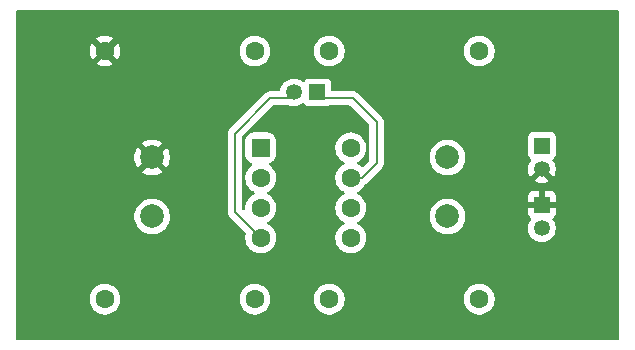
<source format=gbr>
G04 #@! TF.GenerationSoftware,KiCad,Pcbnew,9.0.4*
G04 #@! TF.CreationDate,2025-10-11T18:25:29-04:00*
G04 #@! TF.ProjectId,test1,74657374-312e-46b6-9963-61645f706362,rev?*
G04 #@! TF.SameCoordinates,Original*
G04 #@! TF.FileFunction,Copper,L2,Bot*
G04 #@! TF.FilePolarity,Positive*
%FSLAX46Y46*%
G04 Gerber Fmt 4.6, Leading zero omitted, Abs format (unit mm)*
G04 Created by KiCad (PCBNEW 9.0.4) date 2025-10-11 18:25:29*
%MOMM*%
%LPD*%
G01*
G04 APERTURE LIST*
G04 Aperture macros list*
%AMRoundRect*
0 Rectangle with rounded corners*
0 $1 Rounding radius*
0 $2 $3 $4 $5 $6 $7 $8 $9 X,Y pos of 4 corners*
0 Add a 4 corners polygon primitive as box body*
4,1,4,$2,$3,$4,$5,$6,$7,$8,$9,$2,$3,0*
0 Add four circle primitives for the rounded corners*
1,1,$1+$1,$2,$3*
1,1,$1+$1,$4,$5*
1,1,$1+$1,$6,$7*
1,1,$1+$1,$8,$9*
0 Add four rect primitives between the rounded corners*
20,1,$1+$1,$2,$3,$4,$5,0*
20,1,$1+$1,$4,$5,$6,$7,0*
20,1,$1+$1,$6,$7,$8,$9,0*
20,1,$1+$1,$8,$9,$2,$3,0*%
G04 Aperture macros list end*
G04 #@! TA.AperFunction,ComponentPad*
%ADD10C,2.600000*%
G04 #@! TD*
G04 #@! TA.AperFunction,ConnectorPad*
%ADD11C,3.800000*%
G04 #@! TD*
G04 #@! TA.AperFunction,ComponentPad*
%ADD12R,1.350000X1.350000*%
G04 #@! TD*
G04 #@! TA.AperFunction,ComponentPad*
%ADD13C,1.350000*%
G04 #@! TD*
G04 #@! TA.AperFunction,ComponentPad*
%ADD14C,1.600000*%
G04 #@! TD*
G04 #@! TA.AperFunction,ComponentPad*
%ADD15C,2.000000*%
G04 #@! TD*
G04 #@! TA.AperFunction,ComponentPad*
%ADD16RoundRect,0.250000X-0.550000X-0.550000X0.550000X-0.550000X0.550000X0.550000X-0.550000X0.550000X0*%
G04 #@! TD*
G04 #@! TA.AperFunction,Conductor*
%ADD17C,0.200000*%
G04 #@! TD*
G04 APERTURE END LIST*
D10*
X128500000Y-89000000D03*
D11*
X128500000Y-89000000D03*
D12*
X170500000Y-103000000D03*
D13*
X170500000Y-105000000D03*
D12*
X170500000Y-98000000D03*
D13*
X170500000Y-100000000D03*
D12*
X151500000Y-93500000D03*
D13*
X149500000Y-93500000D03*
D14*
X165200000Y-90000000D03*
X152500000Y-90000000D03*
D10*
X174500000Y-89000000D03*
D11*
X174500000Y-89000000D03*
D15*
X162500000Y-104000000D03*
X162500000Y-99000000D03*
D16*
X146695000Y-98190000D03*
D14*
X146695000Y-100730000D03*
X146695000Y-103270000D03*
X146695000Y-105810000D03*
X154315000Y-105810000D03*
X154315000Y-103270000D03*
X154315000Y-100730000D03*
X154315000Y-98190000D03*
D15*
X137500000Y-104000000D03*
X137500000Y-99000000D03*
D14*
X152500000Y-111000000D03*
X165200000Y-111000000D03*
X146200000Y-90000000D03*
X133500000Y-90000000D03*
D10*
X174500000Y-112000000D03*
D11*
X174500000Y-112000000D03*
D10*
X128500000Y-112000000D03*
D11*
X128500000Y-112000000D03*
D14*
X133500000Y-111000000D03*
X146200000Y-111000000D03*
D17*
X144500000Y-103615000D02*
X146695000Y-105810000D01*
X147500000Y-94000000D02*
X144500000Y-97000000D01*
X144500000Y-97000000D02*
X144500000Y-103615000D01*
X149500000Y-94000000D02*
X147500000Y-94000000D01*
X156500000Y-96000000D02*
X156500000Y-99500000D01*
X155270000Y-100730000D02*
X154315000Y-100730000D01*
X156500000Y-99500000D02*
X155270000Y-100730000D01*
X151500000Y-94000000D02*
X154500000Y-94000000D01*
X154500000Y-94000000D02*
X156500000Y-96000000D01*
G04 #@! TA.AperFunction,Conductor*
G36*
X176942539Y-86520185D02*
G01*
X176988294Y-86572989D01*
X176999500Y-86624500D01*
X176999500Y-114375500D01*
X176979815Y-114442539D01*
X176927011Y-114488294D01*
X176875500Y-114499500D01*
X126124500Y-114499500D01*
X126057461Y-114479815D01*
X126011706Y-114427011D01*
X126000500Y-114375500D01*
X126000500Y-110897648D01*
X132199500Y-110897648D01*
X132199500Y-111102351D01*
X132231522Y-111304534D01*
X132294781Y-111499223D01*
X132387715Y-111681613D01*
X132508028Y-111847213D01*
X132652786Y-111991971D01*
X132807749Y-112104556D01*
X132818390Y-112112287D01*
X132934607Y-112171503D01*
X133000776Y-112205218D01*
X133000778Y-112205218D01*
X133000781Y-112205220D01*
X133105137Y-112239127D01*
X133195465Y-112268477D01*
X133296557Y-112284488D01*
X133397648Y-112300500D01*
X133397649Y-112300500D01*
X133602351Y-112300500D01*
X133602352Y-112300500D01*
X133804534Y-112268477D01*
X133999219Y-112205220D01*
X134181610Y-112112287D01*
X134274590Y-112044732D01*
X134347213Y-111991971D01*
X134347215Y-111991968D01*
X134347219Y-111991966D01*
X134491966Y-111847219D01*
X134491968Y-111847215D01*
X134491971Y-111847213D01*
X134544732Y-111774590D01*
X134612287Y-111681610D01*
X134705220Y-111499219D01*
X134768477Y-111304534D01*
X134800500Y-111102352D01*
X134800500Y-110897648D01*
X144899500Y-110897648D01*
X144899500Y-111102351D01*
X144931522Y-111304534D01*
X144994781Y-111499223D01*
X145087715Y-111681613D01*
X145208028Y-111847213D01*
X145352786Y-111991971D01*
X145507749Y-112104556D01*
X145518390Y-112112287D01*
X145634607Y-112171503D01*
X145700776Y-112205218D01*
X145700778Y-112205218D01*
X145700781Y-112205220D01*
X145805137Y-112239127D01*
X145895465Y-112268477D01*
X145996557Y-112284488D01*
X146097648Y-112300500D01*
X146097649Y-112300500D01*
X146302351Y-112300500D01*
X146302352Y-112300500D01*
X146504534Y-112268477D01*
X146699219Y-112205220D01*
X146881610Y-112112287D01*
X146974590Y-112044732D01*
X147047213Y-111991971D01*
X147047215Y-111991968D01*
X147047219Y-111991966D01*
X147191966Y-111847219D01*
X147191968Y-111847215D01*
X147191971Y-111847213D01*
X147244732Y-111774590D01*
X147312287Y-111681610D01*
X147405220Y-111499219D01*
X147468477Y-111304534D01*
X147500500Y-111102352D01*
X147500500Y-110897648D01*
X151199500Y-110897648D01*
X151199500Y-111102351D01*
X151231522Y-111304534D01*
X151294781Y-111499223D01*
X151387715Y-111681613D01*
X151508028Y-111847213D01*
X151652786Y-111991971D01*
X151807749Y-112104556D01*
X151818390Y-112112287D01*
X151934607Y-112171503D01*
X152000776Y-112205218D01*
X152000778Y-112205218D01*
X152000781Y-112205220D01*
X152105137Y-112239127D01*
X152195465Y-112268477D01*
X152296557Y-112284488D01*
X152397648Y-112300500D01*
X152397649Y-112300500D01*
X152602351Y-112300500D01*
X152602352Y-112300500D01*
X152804534Y-112268477D01*
X152999219Y-112205220D01*
X153181610Y-112112287D01*
X153274590Y-112044732D01*
X153347213Y-111991971D01*
X153347215Y-111991968D01*
X153347219Y-111991966D01*
X153491966Y-111847219D01*
X153491968Y-111847215D01*
X153491971Y-111847213D01*
X153544732Y-111774590D01*
X153612287Y-111681610D01*
X153705220Y-111499219D01*
X153768477Y-111304534D01*
X153800500Y-111102352D01*
X153800500Y-110897648D01*
X163899500Y-110897648D01*
X163899500Y-111102351D01*
X163931522Y-111304534D01*
X163994781Y-111499223D01*
X164087715Y-111681613D01*
X164208028Y-111847213D01*
X164352786Y-111991971D01*
X164507749Y-112104556D01*
X164518390Y-112112287D01*
X164634607Y-112171503D01*
X164700776Y-112205218D01*
X164700778Y-112205218D01*
X164700781Y-112205220D01*
X164805137Y-112239127D01*
X164895465Y-112268477D01*
X164996557Y-112284488D01*
X165097648Y-112300500D01*
X165097649Y-112300500D01*
X165302351Y-112300500D01*
X165302352Y-112300500D01*
X165504534Y-112268477D01*
X165699219Y-112205220D01*
X165881610Y-112112287D01*
X165974590Y-112044732D01*
X166047213Y-111991971D01*
X166047215Y-111991968D01*
X166047219Y-111991966D01*
X166191966Y-111847219D01*
X166191968Y-111847215D01*
X166191971Y-111847213D01*
X166244732Y-111774590D01*
X166312287Y-111681610D01*
X166405220Y-111499219D01*
X166468477Y-111304534D01*
X166500500Y-111102352D01*
X166500500Y-110897648D01*
X166468477Y-110695466D01*
X166405220Y-110500781D01*
X166405218Y-110500778D01*
X166405218Y-110500776D01*
X166371503Y-110434607D01*
X166312287Y-110318390D01*
X166304556Y-110307749D01*
X166191971Y-110152786D01*
X166047213Y-110008028D01*
X165881613Y-109887715D01*
X165881612Y-109887714D01*
X165881610Y-109887713D01*
X165824653Y-109858691D01*
X165699223Y-109794781D01*
X165504534Y-109731522D01*
X165329995Y-109703878D01*
X165302352Y-109699500D01*
X165097648Y-109699500D01*
X165073329Y-109703351D01*
X164895465Y-109731522D01*
X164700776Y-109794781D01*
X164518386Y-109887715D01*
X164352786Y-110008028D01*
X164208028Y-110152786D01*
X164087715Y-110318386D01*
X163994781Y-110500776D01*
X163931522Y-110695465D01*
X163899500Y-110897648D01*
X153800500Y-110897648D01*
X153768477Y-110695466D01*
X153705220Y-110500781D01*
X153705218Y-110500778D01*
X153705218Y-110500776D01*
X153671503Y-110434607D01*
X153612287Y-110318390D01*
X153604556Y-110307749D01*
X153491971Y-110152786D01*
X153347213Y-110008028D01*
X153181613Y-109887715D01*
X153181612Y-109887714D01*
X153181610Y-109887713D01*
X153124653Y-109858691D01*
X152999223Y-109794781D01*
X152804534Y-109731522D01*
X152629995Y-109703878D01*
X152602352Y-109699500D01*
X152397648Y-109699500D01*
X152373329Y-109703351D01*
X152195465Y-109731522D01*
X152000776Y-109794781D01*
X151818386Y-109887715D01*
X151652786Y-110008028D01*
X151508028Y-110152786D01*
X151387715Y-110318386D01*
X151294781Y-110500776D01*
X151231522Y-110695465D01*
X151199500Y-110897648D01*
X147500500Y-110897648D01*
X147468477Y-110695466D01*
X147405220Y-110500781D01*
X147405218Y-110500778D01*
X147405218Y-110500776D01*
X147371503Y-110434607D01*
X147312287Y-110318390D01*
X147304556Y-110307749D01*
X147191971Y-110152786D01*
X147047213Y-110008028D01*
X146881613Y-109887715D01*
X146881612Y-109887714D01*
X146881610Y-109887713D01*
X146824653Y-109858691D01*
X146699223Y-109794781D01*
X146504534Y-109731522D01*
X146329995Y-109703878D01*
X146302352Y-109699500D01*
X146097648Y-109699500D01*
X146073329Y-109703351D01*
X145895465Y-109731522D01*
X145700776Y-109794781D01*
X145518386Y-109887715D01*
X145352786Y-110008028D01*
X145208028Y-110152786D01*
X145087715Y-110318386D01*
X144994781Y-110500776D01*
X144931522Y-110695465D01*
X144899500Y-110897648D01*
X134800500Y-110897648D01*
X134768477Y-110695466D01*
X134705220Y-110500781D01*
X134705218Y-110500778D01*
X134705218Y-110500776D01*
X134671503Y-110434607D01*
X134612287Y-110318390D01*
X134604556Y-110307749D01*
X134491971Y-110152786D01*
X134347213Y-110008028D01*
X134181613Y-109887715D01*
X134181612Y-109887714D01*
X134181610Y-109887713D01*
X134124653Y-109858691D01*
X133999223Y-109794781D01*
X133804534Y-109731522D01*
X133629995Y-109703878D01*
X133602352Y-109699500D01*
X133397648Y-109699500D01*
X133373329Y-109703351D01*
X133195465Y-109731522D01*
X133000776Y-109794781D01*
X132818386Y-109887715D01*
X132652786Y-110008028D01*
X132508028Y-110152786D01*
X132387715Y-110318386D01*
X132294781Y-110500776D01*
X132231522Y-110695465D01*
X132199500Y-110897648D01*
X126000500Y-110897648D01*
X126000500Y-103881902D01*
X135999500Y-103881902D01*
X135999500Y-104118097D01*
X136036446Y-104351368D01*
X136109433Y-104575996D01*
X136185221Y-104724736D01*
X136216657Y-104786433D01*
X136355483Y-104977510D01*
X136522490Y-105144517D01*
X136713567Y-105283343D01*
X136812991Y-105334002D01*
X136924003Y-105390566D01*
X136924005Y-105390566D01*
X136924008Y-105390568D01*
X137044412Y-105429689D01*
X137148631Y-105463553D01*
X137381903Y-105500500D01*
X137381908Y-105500500D01*
X137618097Y-105500500D01*
X137851368Y-105463553D01*
X138075992Y-105390568D01*
X138286433Y-105283343D01*
X138477510Y-105144517D01*
X138644517Y-104977510D01*
X138783343Y-104786433D01*
X138890568Y-104575992D01*
X138963553Y-104351368D01*
X138977713Y-104261966D01*
X139000500Y-104118097D01*
X139000500Y-103881902D01*
X138970747Y-103694054D01*
X143899498Y-103694054D01*
X143914211Y-103748963D01*
X143940423Y-103846785D01*
X143960698Y-103881902D01*
X143969358Y-103896900D01*
X143969359Y-103896904D01*
X143969360Y-103896904D01*
X144019479Y-103983714D01*
X144019481Y-103983717D01*
X144138349Y-104102585D01*
X144138355Y-104102590D01*
X145400921Y-105365157D01*
X145434406Y-105426480D01*
X145431173Y-105491149D01*
X145426523Y-105505460D01*
X145426523Y-105505462D01*
X145394500Y-105707648D01*
X145394500Y-105912351D01*
X145426522Y-106114534D01*
X145489781Y-106309223D01*
X145582715Y-106491613D01*
X145703028Y-106657213D01*
X145847786Y-106801971D01*
X146002749Y-106914556D01*
X146013390Y-106922287D01*
X146129607Y-106981503D01*
X146195776Y-107015218D01*
X146195778Y-107015218D01*
X146195781Y-107015220D01*
X146300137Y-107049127D01*
X146390465Y-107078477D01*
X146491557Y-107094488D01*
X146592648Y-107110500D01*
X146592649Y-107110500D01*
X146797351Y-107110500D01*
X146797352Y-107110500D01*
X146999534Y-107078477D01*
X147194219Y-107015220D01*
X147376610Y-106922287D01*
X147469590Y-106854732D01*
X147542213Y-106801971D01*
X147542215Y-106801968D01*
X147542219Y-106801966D01*
X147686966Y-106657219D01*
X147686968Y-106657215D01*
X147686971Y-106657213D01*
X147739732Y-106584590D01*
X147807287Y-106491610D01*
X147900220Y-106309219D01*
X147963477Y-106114534D01*
X147995500Y-105912352D01*
X147995500Y-105707648D01*
X147963477Y-105505466D01*
X147961863Y-105500500D01*
X147900218Y-105310776D01*
X147866503Y-105244607D01*
X147807287Y-105128390D01*
X147781221Y-105092513D01*
X147686971Y-104962786D01*
X147542213Y-104818028D01*
X147376614Y-104697715D01*
X147370006Y-104694348D01*
X147283917Y-104650483D01*
X147233123Y-104602511D01*
X147216328Y-104534690D01*
X147238865Y-104468555D01*
X147283917Y-104429516D01*
X147376610Y-104382287D01*
X147419167Y-104351368D01*
X147542213Y-104261971D01*
X147542215Y-104261968D01*
X147542219Y-104261966D01*
X147686966Y-104117219D01*
X147686968Y-104117215D01*
X147686971Y-104117213D01*
X147739732Y-104044590D01*
X147807287Y-103951610D01*
X147900220Y-103769219D01*
X147963477Y-103574534D01*
X147995500Y-103372352D01*
X147995500Y-103167648D01*
X147963477Y-102965466D01*
X147900220Y-102770781D01*
X147900218Y-102770778D01*
X147900218Y-102770776D01*
X147853924Y-102679920D01*
X147807287Y-102588390D01*
X147769548Y-102536446D01*
X147686971Y-102422786D01*
X147542213Y-102278028D01*
X147376614Y-102157715D01*
X147370006Y-102154348D01*
X147283917Y-102110483D01*
X147233123Y-102062511D01*
X147216328Y-101994690D01*
X147238865Y-101928555D01*
X147283917Y-101889516D01*
X147376610Y-101842287D01*
X147400404Y-101825000D01*
X147542213Y-101721971D01*
X147542215Y-101721968D01*
X147542219Y-101721966D01*
X147686966Y-101577219D01*
X147686968Y-101577215D01*
X147686971Y-101577213D01*
X147739732Y-101504590D01*
X147807287Y-101411610D01*
X147900220Y-101229219D01*
X147963477Y-101034534D01*
X147995500Y-100832352D01*
X147995500Y-100627648D01*
X147993629Y-100615834D01*
X147963477Y-100425465D01*
X147900218Y-100230776D01*
X147829748Y-100092473D01*
X147807287Y-100048390D01*
X147799556Y-100037749D01*
X147686971Y-99882786D01*
X147542219Y-99738034D01*
X147533618Y-99731785D01*
X147448547Y-99669978D01*
X147405882Y-99614649D01*
X147399903Y-99545036D01*
X147432508Y-99483240D01*
X147482426Y-99451955D01*
X147564334Y-99424814D01*
X147713656Y-99332712D01*
X147837712Y-99208656D01*
X147929814Y-99059334D01*
X147984999Y-98892797D01*
X147995500Y-98790009D01*
X147995499Y-97589992D01*
X147984999Y-97487203D01*
X147929814Y-97320666D01*
X147837712Y-97171344D01*
X147713656Y-97047288D01*
X147612314Y-96984780D01*
X147564336Y-96955187D01*
X147564331Y-96955185D01*
X147562862Y-96954698D01*
X147397797Y-96900001D01*
X147397795Y-96900000D01*
X147295010Y-96889500D01*
X146094998Y-96889500D01*
X146094981Y-96889501D01*
X145992203Y-96900000D01*
X145992200Y-96900001D01*
X145825668Y-96955185D01*
X145825663Y-96955187D01*
X145676342Y-97047289D01*
X145552289Y-97171342D01*
X145460187Y-97320663D01*
X145460186Y-97320666D01*
X145405001Y-97487203D01*
X145405001Y-97487204D01*
X145405000Y-97487204D01*
X145394500Y-97589983D01*
X145394500Y-98790001D01*
X145394501Y-98790018D01*
X145405000Y-98892796D01*
X145405001Y-98892799D01*
X145451308Y-99032543D01*
X145460186Y-99059334D01*
X145552288Y-99208656D01*
X145676344Y-99332712D01*
X145825666Y-99424814D01*
X145907570Y-99451954D01*
X145965015Y-99491727D01*
X145991838Y-99556243D01*
X145979523Y-99625018D01*
X145941451Y-99669978D01*
X145847787Y-99738028D01*
X145847782Y-99738032D01*
X145703028Y-99882786D01*
X145582715Y-100048386D01*
X145489781Y-100230776D01*
X145426522Y-100425465D01*
X145394500Y-100627648D01*
X145394500Y-100832351D01*
X145426522Y-101034534D01*
X145489781Y-101229223D01*
X145582715Y-101411613D01*
X145703028Y-101577213D01*
X145847786Y-101721971D01*
X145989596Y-101825000D01*
X146013390Y-101842287D01*
X146090642Y-101881649D01*
X146106080Y-101889515D01*
X146156876Y-101937490D01*
X146173671Y-102005311D01*
X146151134Y-102071446D01*
X146106080Y-102110485D01*
X146013386Y-102157715D01*
X145847786Y-102278028D01*
X145703028Y-102422786D01*
X145582715Y-102588386D01*
X145489781Y-102770776D01*
X145426522Y-102965465D01*
X145394500Y-103167648D01*
X145394500Y-103360902D01*
X145388261Y-103382147D01*
X145386682Y-103404236D01*
X145378609Y-103415019D01*
X145374815Y-103427941D01*
X145358081Y-103442440D01*
X145344810Y-103460169D01*
X145332189Y-103464876D01*
X145322011Y-103473696D01*
X145300093Y-103476847D01*
X145279346Y-103484586D01*
X145266185Y-103481723D01*
X145252853Y-103483640D01*
X145232709Y-103474440D01*
X145211073Y-103469734D01*
X145193347Y-103456465D01*
X145189297Y-103454615D01*
X145182819Y-103448583D01*
X145136819Y-103402583D01*
X145103334Y-103341260D01*
X145100500Y-103314902D01*
X145100500Y-97300097D01*
X145120185Y-97233058D01*
X145136819Y-97212416D01*
X147712417Y-94636819D01*
X147773740Y-94603334D01*
X147800098Y-94600500D01*
X149063352Y-94600500D01*
X149101670Y-94606569D01*
X149139302Y-94618796D01*
X149224736Y-94646555D01*
X149407486Y-94675500D01*
X149407487Y-94675500D01*
X149592513Y-94675500D01*
X149592514Y-94675500D01*
X149775264Y-94646555D01*
X149951235Y-94589379D01*
X150116096Y-94505378D01*
X150231608Y-94421453D01*
X150297412Y-94397974D01*
X150365466Y-94413799D01*
X150403758Y-94447460D01*
X150467455Y-94532547D01*
X150582664Y-94618793D01*
X150582671Y-94618797D01*
X150717517Y-94669091D01*
X150717516Y-94669091D01*
X150724444Y-94669835D01*
X150777127Y-94675500D01*
X152222872Y-94675499D01*
X152282483Y-94669091D01*
X152417331Y-94618796D01*
X152417333Y-94618793D01*
X152423058Y-94615669D01*
X152482487Y-94600500D01*
X154199903Y-94600500D01*
X154266942Y-94620185D01*
X154287584Y-94636819D01*
X155863181Y-96212416D01*
X155896666Y-96273739D01*
X155899500Y-96300097D01*
X155899500Y-99199901D01*
X155879815Y-99266940D01*
X155863181Y-99287582D01*
X155375155Y-99775608D01*
X155313832Y-99809093D01*
X155244140Y-99804109D01*
X155199793Y-99775608D01*
X155162213Y-99738028D01*
X154996614Y-99617715D01*
X154920743Y-99579057D01*
X154903917Y-99570483D01*
X154853123Y-99522511D01*
X154836328Y-99454690D01*
X154858865Y-99388555D01*
X154903917Y-99349516D01*
X154996610Y-99302287D01*
X155042853Y-99268690D01*
X155162213Y-99181971D01*
X155162215Y-99181968D01*
X155162219Y-99181966D01*
X155306966Y-99037219D01*
X155306968Y-99037215D01*
X155306971Y-99037213D01*
X155411892Y-98892799D01*
X155427287Y-98871610D01*
X155520220Y-98689219D01*
X155583477Y-98494534D01*
X155615500Y-98292352D01*
X155615500Y-98087648D01*
X155583477Y-97885466D01*
X155520220Y-97690781D01*
X155520218Y-97690778D01*
X155520218Y-97690776D01*
X155478771Y-97609433D01*
X155427287Y-97508390D01*
X155411892Y-97487200D01*
X155306971Y-97342786D01*
X155162213Y-97198028D01*
X154996613Y-97077715D01*
X154996612Y-97077714D01*
X154996610Y-97077713D01*
X154936898Y-97047288D01*
X154814223Y-96984781D01*
X154619534Y-96921522D01*
X154444995Y-96893878D01*
X154417352Y-96889500D01*
X154212648Y-96889500D01*
X154188329Y-96893351D01*
X154010465Y-96921522D01*
X153815776Y-96984781D01*
X153633386Y-97077715D01*
X153467786Y-97198028D01*
X153323028Y-97342786D01*
X153202715Y-97508386D01*
X153109781Y-97690776D01*
X153046522Y-97885465D01*
X153014500Y-98087648D01*
X153014500Y-98292351D01*
X153046522Y-98494534D01*
X153109781Y-98689223D01*
X153202715Y-98871613D01*
X153323028Y-99037213D01*
X153467786Y-99181971D01*
X153613150Y-99287582D01*
X153633390Y-99302287D01*
X153724840Y-99348883D01*
X153726080Y-99349515D01*
X153776876Y-99397490D01*
X153793671Y-99465311D01*
X153771134Y-99531446D01*
X153726080Y-99570485D01*
X153633386Y-99617715D01*
X153467786Y-99738028D01*
X153323028Y-99882786D01*
X153202715Y-100048386D01*
X153109781Y-100230776D01*
X153046522Y-100425465D01*
X153014500Y-100627648D01*
X153014500Y-100832351D01*
X153046522Y-101034534D01*
X153109781Y-101229223D01*
X153202715Y-101411613D01*
X153323028Y-101577213D01*
X153467786Y-101721971D01*
X153609596Y-101825000D01*
X153633390Y-101842287D01*
X153710642Y-101881649D01*
X153726080Y-101889515D01*
X153776876Y-101937490D01*
X153793671Y-102005311D01*
X153771134Y-102071446D01*
X153726080Y-102110485D01*
X153633386Y-102157715D01*
X153467786Y-102278028D01*
X153323028Y-102422786D01*
X153202715Y-102588386D01*
X153109781Y-102770776D01*
X153046522Y-102965465D01*
X153032712Y-103052661D01*
X153014500Y-103167648D01*
X153014500Y-103372352D01*
X153018878Y-103399995D01*
X153046522Y-103574534D01*
X153109781Y-103769223D01*
X153202715Y-103951613D01*
X153323028Y-104117213D01*
X153467786Y-104261971D01*
X153590833Y-104351368D01*
X153633390Y-104382287D01*
X153724840Y-104428883D01*
X153726080Y-104429515D01*
X153776876Y-104477490D01*
X153793671Y-104545311D01*
X153771134Y-104611446D01*
X153726080Y-104650485D01*
X153633386Y-104697715D01*
X153467786Y-104818028D01*
X153323028Y-104962786D01*
X153202715Y-105128386D01*
X153109781Y-105310776D01*
X153046522Y-105505465D01*
X153014500Y-105707648D01*
X153014500Y-105912351D01*
X153046522Y-106114534D01*
X153109781Y-106309223D01*
X153202715Y-106491613D01*
X153323028Y-106657213D01*
X153467786Y-106801971D01*
X153622749Y-106914556D01*
X153633390Y-106922287D01*
X153749607Y-106981503D01*
X153815776Y-107015218D01*
X153815778Y-107015218D01*
X153815781Y-107015220D01*
X153920137Y-107049127D01*
X154010465Y-107078477D01*
X154111557Y-107094488D01*
X154212648Y-107110500D01*
X154212649Y-107110500D01*
X154417351Y-107110500D01*
X154417352Y-107110500D01*
X154619534Y-107078477D01*
X154814219Y-107015220D01*
X154996610Y-106922287D01*
X155089590Y-106854732D01*
X155162213Y-106801971D01*
X155162215Y-106801968D01*
X155162219Y-106801966D01*
X155306966Y-106657219D01*
X155306968Y-106657215D01*
X155306971Y-106657213D01*
X155359732Y-106584590D01*
X155427287Y-106491610D01*
X155520220Y-106309219D01*
X155583477Y-106114534D01*
X155615500Y-105912352D01*
X155615500Y-105707648D01*
X155583477Y-105505466D01*
X155581863Y-105500500D01*
X155520218Y-105310776D01*
X155486503Y-105244607D01*
X155427287Y-105128390D01*
X155401221Y-105092513D01*
X155306971Y-104962786D01*
X155162213Y-104818028D01*
X154996614Y-104697715D01*
X154990006Y-104694348D01*
X154903917Y-104650483D01*
X154853123Y-104602511D01*
X154836328Y-104534690D01*
X154858865Y-104468555D01*
X154903917Y-104429516D01*
X154996610Y-104382287D01*
X155039167Y-104351368D01*
X155162213Y-104261971D01*
X155162215Y-104261968D01*
X155162219Y-104261966D01*
X155306966Y-104117219D01*
X155306968Y-104117215D01*
X155306971Y-104117213D01*
X155427284Y-103951614D01*
X155427285Y-103951613D01*
X155427287Y-103951610D01*
X155462805Y-103881902D01*
X160999500Y-103881902D01*
X160999500Y-104118097D01*
X161036446Y-104351368D01*
X161109433Y-104575996D01*
X161185221Y-104724736D01*
X161216657Y-104786433D01*
X161355483Y-104977510D01*
X161522490Y-105144517D01*
X161713567Y-105283343D01*
X161812991Y-105334002D01*
X161924003Y-105390566D01*
X161924005Y-105390566D01*
X161924008Y-105390568D01*
X162044412Y-105429689D01*
X162148631Y-105463553D01*
X162381903Y-105500500D01*
X162381908Y-105500500D01*
X162618097Y-105500500D01*
X162851368Y-105463553D01*
X163075992Y-105390568D01*
X163286433Y-105283343D01*
X163477510Y-105144517D01*
X163644517Y-104977510D01*
X163695393Y-104907486D01*
X169324500Y-104907486D01*
X169324500Y-105092513D01*
X169353445Y-105275265D01*
X169410619Y-105451232D01*
X169410620Y-105451235D01*
X169494622Y-105616096D01*
X169603379Y-105765787D01*
X169734213Y-105896621D01*
X169883904Y-106005378D01*
X169964763Y-106046577D01*
X170048764Y-106089379D01*
X170048767Y-106089380D01*
X170126185Y-106114534D01*
X170224736Y-106146555D01*
X170407486Y-106175500D01*
X170407487Y-106175500D01*
X170592513Y-106175500D01*
X170592514Y-106175500D01*
X170775264Y-106146555D01*
X170951235Y-106089379D01*
X171116096Y-106005378D01*
X171265787Y-105896621D01*
X171396621Y-105765787D01*
X171505378Y-105616096D01*
X171589379Y-105451235D01*
X171646555Y-105275264D01*
X171675500Y-105092514D01*
X171675500Y-104907486D01*
X171646555Y-104724736D01*
X171589379Y-104548765D01*
X171589379Y-104548764D01*
X171505377Y-104383903D01*
X171481739Y-104351368D01*
X171421159Y-104267987D01*
X171397680Y-104202183D01*
X171413505Y-104134129D01*
X171447167Y-104095836D01*
X171532190Y-104032186D01*
X171618350Y-103917093D01*
X171618354Y-103917086D01*
X171668596Y-103782379D01*
X171668598Y-103782372D01*
X171674999Y-103722844D01*
X171675000Y-103722827D01*
X171675000Y-103250000D01*
X170815686Y-103250000D01*
X170820080Y-103245606D01*
X170872741Y-103154394D01*
X170900000Y-103052661D01*
X170900000Y-102947339D01*
X170872741Y-102845606D01*
X170820080Y-102754394D01*
X170815686Y-102750000D01*
X171675000Y-102750000D01*
X171675000Y-102277172D01*
X171674999Y-102277155D01*
X171668598Y-102217627D01*
X171668596Y-102217620D01*
X171618354Y-102082913D01*
X171618350Y-102082906D01*
X171532190Y-101967812D01*
X171532187Y-101967809D01*
X171417093Y-101881649D01*
X171417086Y-101881645D01*
X171282379Y-101831403D01*
X171282372Y-101831401D01*
X171222844Y-101825000D01*
X170750000Y-101825000D01*
X170750000Y-102684314D01*
X170745606Y-102679920D01*
X170654394Y-102627259D01*
X170552661Y-102600000D01*
X170447339Y-102600000D01*
X170345606Y-102627259D01*
X170254394Y-102679920D01*
X170250000Y-102684314D01*
X170250000Y-101825000D01*
X169777155Y-101825000D01*
X169717627Y-101831401D01*
X169717620Y-101831403D01*
X169582913Y-101881645D01*
X169582906Y-101881649D01*
X169467812Y-101967809D01*
X169467809Y-101967812D01*
X169381649Y-102082906D01*
X169381645Y-102082913D01*
X169331403Y-102217620D01*
X169331401Y-102217627D01*
X169325000Y-102277155D01*
X169325000Y-102750000D01*
X170184314Y-102750000D01*
X170179920Y-102754394D01*
X170127259Y-102845606D01*
X170100000Y-102947339D01*
X170100000Y-103052661D01*
X170127259Y-103154394D01*
X170179920Y-103245606D01*
X170184314Y-103250000D01*
X169325000Y-103250000D01*
X169325000Y-103722844D01*
X169331401Y-103782372D01*
X169331403Y-103782379D01*
X169381645Y-103917086D01*
X169381649Y-103917093D01*
X169467809Y-104032186D01*
X169552832Y-104095835D01*
X169594703Y-104151769D01*
X169599687Y-104221461D01*
X169578839Y-104267987D01*
X169494624Y-104383900D01*
X169410620Y-104548764D01*
X169410619Y-104548767D01*
X169353445Y-104724734D01*
X169324500Y-104907486D01*
X163695393Y-104907486D01*
X163783343Y-104786433D01*
X163890568Y-104575992D01*
X163963553Y-104351368D01*
X163977713Y-104261966D01*
X164000500Y-104118097D01*
X164000500Y-103881902D01*
X163963553Y-103648631D01*
X163910251Y-103484586D01*
X163890568Y-103424008D01*
X163890566Y-103424005D01*
X163890566Y-103424003D01*
X163834002Y-103312991D01*
X163783343Y-103213567D01*
X163644517Y-103022490D01*
X163477510Y-102855483D01*
X163286433Y-102716657D01*
X163214333Y-102679920D01*
X163075996Y-102609433D01*
X162851368Y-102536446D01*
X162618097Y-102499500D01*
X162618092Y-102499500D01*
X162381908Y-102499500D01*
X162381903Y-102499500D01*
X162148631Y-102536446D01*
X161924003Y-102609433D01*
X161713566Y-102716657D01*
X161639079Y-102770776D01*
X161522490Y-102855483D01*
X161522488Y-102855485D01*
X161522487Y-102855485D01*
X161355485Y-103022487D01*
X161355485Y-103022488D01*
X161355483Y-103022490D01*
X161295862Y-103104550D01*
X161216657Y-103213566D01*
X161109433Y-103424003D01*
X161036446Y-103648631D01*
X160999500Y-103881902D01*
X155462805Y-103881902D01*
X155520220Y-103769219D01*
X155583477Y-103574534D01*
X155615500Y-103372352D01*
X155615500Y-103167648D01*
X155583477Y-102965466D01*
X155520220Y-102770781D01*
X155520218Y-102770778D01*
X155520218Y-102770776D01*
X155473924Y-102679920D01*
X155427287Y-102588390D01*
X155389548Y-102536446D01*
X155306971Y-102422786D01*
X155162213Y-102278028D01*
X154996614Y-102157715D01*
X154990006Y-102154348D01*
X154903917Y-102110483D01*
X154853123Y-102062511D01*
X154836328Y-101994690D01*
X154858865Y-101928555D01*
X154903917Y-101889516D01*
X154996610Y-101842287D01*
X155020404Y-101825000D01*
X155162213Y-101721971D01*
X155162215Y-101721968D01*
X155162219Y-101721966D01*
X155306966Y-101577219D01*
X155427287Y-101411610D01*
X155467656Y-101332379D01*
X155480094Y-101319209D01*
X155488396Y-101303107D01*
X155515242Y-101281993D01*
X155515628Y-101281585D01*
X155515878Y-101281439D01*
X155551904Y-101260639D01*
X155638716Y-101210520D01*
X155750520Y-101098716D01*
X155750520Y-101098714D01*
X155760728Y-101088507D01*
X155760729Y-101088504D01*
X156980520Y-99868716D01*
X157059577Y-99731784D01*
X157100501Y-99579057D01*
X157100501Y-99420942D01*
X157100501Y-99413347D01*
X157100500Y-99413329D01*
X157100500Y-98881902D01*
X160999500Y-98881902D01*
X160999500Y-99118097D01*
X161036446Y-99351368D01*
X161109433Y-99575996D01*
X161185280Y-99724852D01*
X161216657Y-99786433D01*
X161355483Y-99977510D01*
X161522490Y-100144517D01*
X161713567Y-100283343D01*
X161812991Y-100334002D01*
X161924003Y-100390566D01*
X161924005Y-100390566D01*
X161924008Y-100390568D01*
X161953037Y-100400000D01*
X162148631Y-100463553D01*
X162381903Y-100500500D01*
X162381908Y-100500500D01*
X162618097Y-100500500D01*
X162851368Y-100463553D01*
X162852870Y-100463065D01*
X163075992Y-100390568D01*
X163286433Y-100283343D01*
X163477510Y-100144517D01*
X163644517Y-99977510D01*
X163783343Y-99786433D01*
X163890568Y-99575992D01*
X163963553Y-99351368D01*
X163984017Y-99222165D01*
X164000500Y-99118097D01*
X164000500Y-98881902D01*
X163963553Y-98648631D01*
X163890566Y-98424003D01*
X163783477Y-98213830D01*
X163783343Y-98213567D01*
X163644517Y-98022490D01*
X163477510Y-97855483D01*
X163286433Y-97716657D01*
X163075996Y-97609433D01*
X162851368Y-97536446D01*
X162618097Y-97499500D01*
X162618092Y-97499500D01*
X162381908Y-97499500D01*
X162381903Y-97499500D01*
X162148631Y-97536446D01*
X161924003Y-97609433D01*
X161713566Y-97716657D01*
X161630047Y-97777338D01*
X161522490Y-97855483D01*
X161522488Y-97855485D01*
X161522487Y-97855485D01*
X161355485Y-98022487D01*
X161355485Y-98022488D01*
X161355483Y-98022490D01*
X161308143Y-98087648D01*
X161216657Y-98213566D01*
X161109433Y-98424003D01*
X161036446Y-98648631D01*
X160999500Y-98881902D01*
X157100500Y-98881902D01*
X157100500Y-97277135D01*
X169324500Y-97277135D01*
X169324500Y-98722870D01*
X169324501Y-98722876D01*
X169330908Y-98782483D01*
X169381202Y-98917328D01*
X169381206Y-98917335D01*
X169467452Y-99032544D01*
X169467455Y-99032547D01*
X169552938Y-99096540D01*
X169594809Y-99152473D01*
X169599793Y-99222165D01*
X169578946Y-99268690D01*
X169495051Y-99384163D01*
X169411084Y-99548956D01*
X169411083Y-99548959D01*
X169353933Y-99724852D01*
X169325000Y-99907526D01*
X169325000Y-100092473D01*
X169353933Y-100275147D01*
X169411083Y-100451040D01*
X169411084Y-100451043D01*
X169495050Y-100615834D01*
X169510015Y-100636430D01*
X170100000Y-100046445D01*
X170100000Y-100052661D01*
X170127259Y-100154394D01*
X170179920Y-100245606D01*
X170254394Y-100320080D01*
X170345606Y-100372741D01*
X170447339Y-100400000D01*
X170453553Y-100400000D01*
X169863568Y-100989983D01*
X169863568Y-100989984D01*
X169884165Y-101004949D01*
X170048956Y-101088915D01*
X170048959Y-101088916D01*
X170224852Y-101146066D01*
X170407527Y-101175000D01*
X170592473Y-101175000D01*
X170775147Y-101146066D01*
X170951040Y-101088916D01*
X170951043Y-101088915D01*
X171115836Y-101004947D01*
X171115845Y-101004942D01*
X171136430Y-100989984D01*
X171136431Y-100989983D01*
X170546448Y-100400000D01*
X170552661Y-100400000D01*
X170654394Y-100372741D01*
X170745606Y-100320080D01*
X170820080Y-100245606D01*
X170872741Y-100154394D01*
X170900000Y-100052661D01*
X170900000Y-100046447D01*
X171489983Y-100636430D01*
X171489984Y-100636430D01*
X171504942Y-100615845D01*
X171504947Y-100615836D01*
X171588915Y-100451043D01*
X171588916Y-100451040D01*
X171646066Y-100275147D01*
X171675000Y-100092473D01*
X171675000Y-99907526D01*
X171646066Y-99724852D01*
X171588916Y-99548959D01*
X171588915Y-99548956D01*
X171504947Y-99384161D01*
X171421054Y-99268691D01*
X171397574Y-99202884D01*
X171413400Y-99134831D01*
X171447058Y-99096542D01*
X171532546Y-99032546D01*
X171618796Y-98917331D01*
X171669091Y-98782483D01*
X171675500Y-98722873D01*
X171675499Y-97277128D01*
X171669091Y-97217517D01*
X171667188Y-97212416D01*
X171618797Y-97082671D01*
X171618793Y-97082664D01*
X171532547Y-96967455D01*
X171532544Y-96967452D01*
X171417335Y-96881206D01*
X171417328Y-96881202D01*
X171282482Y-96830908D01*
X171282483Y-96830908D01*
X171222883Y-96824501D01*
X171222881Y-96824500D01*
X171222873Y-96824500D01*
X171222864Y-96824500D01*
X169777129Y-96824500D01*
X169777123Y-96824501D01*
X169717516Y-96830908D01*
X169582671Y-96881202D01*
X169582664Y-96881206D01*
X169467455Y-96967452D01*
X169467452Y-96967455D01*
X169381206Y-97082664D01*
X169381202Y-97082671D01*
X169330908Y-97217517D01*
X169324501Y-97277116D01*
X169324501Y-97277123D01*
X169324500Y-97277135D01*
X157100500Y-97277135D01*
X157100500Y-95920945D01*
X157100500Y-95920943D01*
X157059577Y-95768216D01*
X157059577Y-95768215D01*
X157059577Y-95768214D01*
X157030639Y-95718095D01*
X157030637Y-95718092D01*
X156980520Y-95631284D01*
X156868716Y-95519480D01*
X156868715Y-95519479D01*
X156864385Y-95515149D01*
X156864374Y-95515139D01*
X154987590Y-93638355D01*
X154987588Y-93638352D01*
X154868717Y-93519481D01*
X154868716Y-93519480D01*
X154781904Y-93469360D01*
X154781904Y-93469359D01*
X154781900Y-93469358D01*
X154731785Y-93440423D01*
X154579057Y-93399499D01*
X154420943Y-93399499D01*
X154413347Y-93399499D01*
X154413331Y-93399500D01*
X152799499Y-93399500D01*
X152732460Y-93379815D01*
X152686705Y-93327011D01*
X152675499Y-93275500D01*
X152675499Y-92777129D01*
X152675498Y-92777123D01*
X152669091Y-92717516D01*
X152618797Y-92582671D01*
X152618793Y-92582664D01*
X152532547Y-92467455D01*
X152532544Y-92467452D01*
X152417335Y-92381206D01*
X152417328Y-92381202D01*
X152282482Y-92330908D01*
X152282483Y-92330908D01*
X152222883Y-92324501D01*
X152222881Y-92324500D01*
X152222873Y-92324500D01*
X152222864Y-92324500D01*
X150777129Y-92324500D01*
X150777123Y-92324501D01*
X150717516Y-92330908D01*
X150582671Y-92381202D01*
X150582664Y-92381206D01*
X150467455Y-92467452D01*
X150403758Y-92552539D01*
X150347823Y-92594410D01*
X150278132Y-92599393D01*
X150231607Y-92578545D01*
X150116099Y-92494624D01*
X150116098Y-92494623D01*
X150116096Y-92494622D01*
X150062772Y-92467452D01*
X149951235Y-92410620D01*
X149951232Y-92410619D01*
X149775265Y-92353445D01*
X149632972Y-92330908D01*
X149592514Y-92324500D01*
X149407486Y-92324500D01*
X149367028Y-92330908D01*
X149224734Y-92353445D01*
X149048767Y-92410619D01*
X149048764Y-92410620D01*
X148883903Y-92494622D01*
X148804188Y-92552539D01*
X148734213Y-92603379D01*
X148734211Y-92603381D01*
X148734210Y-92603381D01*
X148603381Y-92734210D01*
X148603381Y-92734211D01*
X148603379Y-92734213D01*
X148572199Y-92777129D01*
X148494622Y-92883903D01*
X148410620Y-93048764D01*
X148410619Y-93048767D01*
X148353444Y-93224734D01*
X148342332Y-93294898D01*
X148312403Y-93358033D01*
X148253091Y-93394964D01*
X148219859Y-93399500D01*
X147586670Y-93399500D01*
X147586654Y-93399499D01*
X147579058Y-93399499D01*
X147420943Y-93399499D01*
X147344579Y-93419961D01*
X147268214Y-93440423D01*
X147268209Y-93440426D01*
X147131290Y-93519475D01*
X147131282Y-93519481D01*
X144019481Y-96631282D01*
X144019479Y-96631285D01*
X143969361Y-96718094D01*
X143969359Y-96718096D01*
X143940425Y-96768209D01*
X143940424Y-96768210D01*
X143940423Y-96768215D01*
X143899499Y-96920943D01*
X143899499Y-97079057D01*
X143899499Y-97079059D01*
X143899500Y-97089053D01*
X143899500Y-103528330D01*
X143899499Y-103528348D01*
X143899499Y-103694054D01*
X143899498Y-103694054D01*
X138970747Y-103694054D01*
X138963553Y-103648631D01*
X138910251Y-103484586D01*
X138890568Y-103424008D01*
X138890566Y-103424005D01*
X138890566Y-103424003D01*
X138834002Y-103312991D01*
X138783343Y-103213567D01*
X138644517Y-103022490D01*
X138477510Y-102855483D01*
X138286433Y-102716657D01*
X138214333Y-102679920D01*
X138075996Y-102609433D01*
X137851368Y-102536446D01*
X137618097Y-102499500D01*
X137618092Y-102499500D01*
X137381908Y-102499500D01*
X137381903Y-102499500D01*
X137148631Y-102536446D01*
X136924003Y-102609433D01*
X136713566Y-102716657D01*
X136639079Y-102770776D01*
X136522490Y-102855483D01*
X136522488Y-102855485D01*
X136522487Y-102855485D01*
X136355485Y-103022487D01*
X136355485Y-103022488D01*
X136355483Y-103022490D01*
X136295862Y-103104550D01*
X136216657Y-103213566D01*
X136109433Y-103424003D01*
X136036446Y-103648631D01*
X135999500Y-103881902D01*
X126000500Y-103881902D01*
X126000500Y-98881947D01*
X136000000Y-98881947D01*
X136000000Y-99118052D01*
X136036934Y-99351247D01*
X136109897Y-99575802D01*
X136217087Y-99786174D01*
X136277338Y-99869104D01*
X136277340Y-99869105D01*
X137017037Y-99129408D01*
X137034075Y-99192993D01*
X137099901Y-99307007D01*
X137192993Y-99400099D01*
X137307007Y-99465925D01*
X137370590Y-99482962D01*
X136630893Y-100222658D01*
X136713828Y-100282914D01*
X136924197Y-100390102D01*
X137148752Y-100463065D01*
X137148751Y-100463065D01*
X137381948Y-100500000D01*
X137618052Y-100500000D01*
X137851247Y-100463065D01*
X138075802Y-100390102D01*
X138286163Y-100282918D01*
X138286169Y-100282914D01*
X138369104Y-100222658D01*
X138369105Y-100222658D01*
X137629408Y-99482962D01*
X137692993Y-99465925D01*
X137807007Y-99400099D01*
X137900099Y-99307007D01*
X137965925Y-99192993D01*
X137982962Y-99129408D01*
X138722658Y-99869105D01*
X138722658Y-99869104D01*
X138782914Y-99786169D01*
X138782918Y-99786163D01*
X138890102Y-99575802D01*
X138963065Y-99351247D01*
X139000000Y-99118052D01*
X139000000Y-98881947D01*
X138963065Y-98648752D01*
X138890102Y-98424197D01*
X138782914Y-98213828D01*
X138722658Y-98130894D01*
X138722658Y-98130893D01*
X137982962Y-98870590D01*
X137965925Y-98807007D01*
X137900099Y-98692993D01*
X137807007Y-98599901D01*
X137692993Y-98534075D01*
X137629409Y-98517037D01*
X138369105Y-97777340D01*
X138369104Y-97777338D01*
X138286174Y-97717087D01*
X138075802Y-97609897D01*
X137851247Y-97536934D01*
X137851248Y-97536934D01*
X137618052Y-97500000D01*
X137381948Y-97500000D01*
X137148752Y-97536934D01*
X136924197Y-97609897D01*
X136713830Y-97717084D01*
X136630894Y-97777340D01*
X137370591Y-98517037D01*
X137307007Y-98534075D01*
X137192993Y-98599901D01*
X137099901Y-98692993D01*
X137034075Y-98807007D01*
X137017037Y-98870591D01*
X136277340Y-98130894D01*
X136217084Y-98213830D01*
X136109897Y-98424197D01*
X136036934Y-98648752D01*
X136000000Y-98881947D01*
X126000500Y-98881947D01*
X126000500Y-89897682D01*
X132200000Y-89897682D01*
X132200000Y-90102317D01*
X132232009Y-90304417D01*
X132295244Y-90499031D01*
X132388141Y-90681350D01*
X132388147Y-90681359D01*
X132420523Y-90725921D01*
X132420524Y-90725922D01*
X133100000Y-90046446D01*
X133100000Y-90052661D01*
X133127259Y-90154394D01*
X133179920Y-90245606D01*
X133254394Y-90320080D01*
X133345606Y-90372741D01*
X133447339Y-90400000D01*
X133453553Y-90400000D01*
X132774076Y-91079474D01*
X132818650Y-91111859D01*
X133000968Y-91204755D01*
X133195582Y-91267990D01*
X133397683Y-91300000D01*
X133602317Y-91300000D01*
X133804417Y-91267990D01*
X133999031Y-91204755D01*
X134181349Y-91111859D01*
X134225921Y-91079474D01*
X133546447Y-90400000D01*
X133552661Y-90400000D01*
X133654394Y-90372741D01*
X133745606Y-90320080D01*
X133820080Y-90245606D01*
X133872741Y-90154394D01*
X133900000Y-90052661D01*
X133900000Y-90046447D01*
X134579474Y-90725921D01*
X134611859Y-90681349D01*
X134704755Y-90499031D01*
X134767990Y-90304417D01*
X134800000Y-90102317D01*
X134800000Y-89897682D01*
X134799995Y-89897648D01*
X144899500Y-89897648D01*
X144899500Y-90102351D01*
X144931522Y-90304534D01*
X144994781Y-90499223D01*
X145058691Y-90624653D01*
X145087585Y-90681359D01*
X145087715Y-90681613D01*
X145208028Y-90847213D01*
X145352786Y-90991971D01*
X145473226Y-91079474D01*
X145518390Y-91112287D01*
X145634607Y-91171503D01*
X145700776Y-91205218D01*
X145700778Y-91205218D01*
X145700781Y-91205220D01*
X145805137Y-91239127D01*
X145895465Y-91268477D01*
X145996557Y-91284488D01*
X146097648Y-91300500D01*
X146097649Y-91300500D01*
X146302351Y-91300500D01*
X146302352Y-91300500D01*
X146504534Y-91268477D01*
X146699219Y-91205220D01*
X146881610Y-91112287D01*
X146974590Y-91044732D01*
X147047213Y-90991971D01*
X147047215Y-90991968D01*
X147047219Y-90991966D01*
X147191966Y-90847219D01*
X147191968Y-90847215D01*
X147191971Y-90847213D01*
X147244732Y-90774590D01*
X147312287Y-90681610D01*
X147405220Y-90499219D01*
X147468477Y-90304534D01*
X147500500Y-90102352D01*
X147500500Y-89897648D01*
X151199500Y-89897648D01*
X151199500Y-90102351D01*
X151231522Y-90304534D01*
X151294781Y-90499223D01*
X151358691Y-90624653D01*
X151387585Y-90681359D01*
X151387715Y-90681613D01*
X151508028Y-90847213D01*
X151652786Y-90991971D01*
X151773226Y-91079474D01*
X151818390Y-91112287D01*
X151934607Y-91171503D01*
X152000776Y-91205218D01*
X152000778Y-91205218D01*
X152000781Y-91205220D01*
X152105137Y-91239127D01*
X152195465Y-91268477D01*
X152296557Y-91284488D01*
X152397648Y-91300500D01*
X152397649Y-91300500D01*
X152602351Y-91300500D01*
X152602352Y-91300500D01*
X152804534Y-91268477D01*
X152999219Y-91205220D01*
X153181610Y-91112287D01*
X153274590Y-91044732D01*
X153347213Y-90991971D01*
X153347215Y-90991968D01*
X153347219Y-90991966D01*
X153491966Y-90847219D01*
X153491968Y-90847215D01*
X153491971Y-90847213D01*
X153544732Y-90774590D01*
X153612287Y-90681610D01*
X153705220Y-90499219D01*
X153768477Y-90304534D01*
X153800500Y-90102352D01*
X153800500Y-89897648D01*
X163899500Y-89897648D01*
X163899500Y-90102351D01*
X163931522Y-90304534D01*
X163994781Y-90499223D01*
X164058691Y-90624653D01*
X164087585Y-90681359D01*
X164087715Y-90681613D01*
X164208028Y-90847213D01*
X164352786Y-90991971D01*
X164473226Y-91079474D01*
X164518390Y-91112287D01*
X164634607Y-91171503D01*
X164700776Y-91205218D01*
X164700778Y-91205218D01*
X164700781Y-91205220D01*
X164805137Y-91239127D01*
X164895465Y-91268477D01*
X164996557Y-91284488D01*
X165097648Y-91300500D01*
X165097649Y-91300500D01*
X165302351Y-91300500D01*
X165302352Y-91300500D01*
X165504534Y-91268477D01*
X165699219Y-91205220D01*
X165881610Y-91112287D01*
X165974590Y-91044732D01*
X166047213Y-90991971D01*
X166047215Y-90991968D01*
X166047219Y-90991966D01*
X166191966Y-90847219D01*
X166191968Y-90847215D01*
X166191971Y-90847213D01*
X166244732Y-90774590D01*
X166312287Y-90681610D01*
X166405220Y-90499219D01*
X166468477Y-90304534D01*
X166500500Y-90102352D01*
X166500500Y-89897648D01*
X166492257Y-89845606D01*
X166468477Y-89695465D01*
X166437458Y-89600000D01*
X166405220Y-89500781D01*
X166405218Y-89500778D01*
X166405218Y-89500776D01*
X166312419Y-89318650D01*
X166312287Y-89318390D01*
X166280092Y-89274077D01*
X166191971Y-89152786D01*
X166047213Y-89008028D01*
X165881613Y-88887715D01*
X165881612Y-88887714D01*
X165881610Y-88887713D01*
X165824653Y-88858691D01*
X165699223Y-88794781D01*
X165504534Y-88731522D01*
X165329995Y-88703878D01*
X165302352Y-88699500D01*
X165097648Y-88699500D01*
X165073329Y-88703351D01*
X164895465Y-88731522D01*
X164700776Y-88794781D01*
X164518386Y-88887715D01*
X164352786Y-89008028D01*
X164208028Y-89152786D01*
X164087715Y-89318386D01*
X163994781Y-89500776D01*
X163931522Y-89695465D01*
X163899500Y-89897648D01*
X153800500Y-89897648D01*
X153792257Y-89845606D01*
X153768477Y-89695465D01*
X153737458Y-89600000D01*
X153705220Y-89500781D01*
X153705218Y-89500778D01*
X153705218Y-89500776D01*
X153612419Y-89318650D01*
X153612287Y-89318390D01*
X153580092Y-89274077D01*
X153491971Y-89152786D01*
X153347213Y-89008028D01*
X153181613Y-88887715D01*
X153181612Y-88887714D01*
X153181610Y-88887713D01*
X153124653Y-88858691D01*
X152999223Y-88794781D01*
X152804534Y-88731522D01*
X152629995Y-88703878D01*
X152602352Y-88699500D01*
X152397648Y-88699500D01*
X152373329Y-88703351D01*
X152195465Y-88731522D01*
X152000776Y-88794781D01*
X151818386Y-88887715D01*
X151652786Y-89008028D01*
X151508028Y-89152786D01*
X151387715Y-89318386D01*
X151294781Y-89500776D01*
X151231522Y-89695465D01*
X151199500Y-89897648D01*
X147500500Y-89897648D01*
X147492257Y-89845606D01*
X147468477Y-89695465D01*
X147437458Y-89600000D01*
X147405220Y-89500781D01*
X147405218Y-89500778D01*
X147405218Y-89500776D01*
X147312419Y-89318650D01*
X147312287Y-89318390D01*
X147280092Y-89274077D01*
X147191971Y-89152786D01*
X147047213Y-89008028D01*
X146881613Y-88887715D01*
X146881612Y-88887714D01*
X146881610Y-88887713D01*
X146824653Y-88858691D01*
X146699223Y-88794781D01*
X146504534Y-88731522D01*
X146329995Y-88703878D01*
X146302352Y-88699500D01*
X146097648Y-88699500D01*
X146073329Y-88703351D01*
X145895465Y-88731522D01*
X145700776Y-88794781D01*
X145518386Y-88887715D01*
X145352786Y-89008028D01*
X145208028Y-89152786D01*
X145087715Y-89318386D01*
X144994781Y-89500776D01*
X144931522Y-89695465D01*
X144899500Y-89897648D01*
X134799995Y-89897648D01*
X134767990Y-89695582D01*
X134704755Y-89500968D01*
X134611859Y-89318650D01*
X134579474Y-89274077D01*
X134579474Y-89274076D01*
X133900000Y-89953551D01*
X133900000Y-89947339D01*
X133872741Y-89845606D01*
X133820080Y-89754394D01*
X133745606Y-89679920D01*
X133654394Y-89627259D01*
X133552661Y-89600000D01*
X133546446Y-89600000D01*
X134225922Y-88920524D01*
X134225921Y-88920523D01*
X134181359Y-88888147D01*
X134181350Y-88888141D01*
X133999031Y-88795244D01*
X133804417Y-88732009D01*
X133602317Y-88700000D01*
X133397683Y-88700000D01*
X133195582Y-88732009D01*
X133000968Y-88795244D01*
X132818644Y-88888143D01*
X132774077Y-88920523D01*
X132774077Y-88920524D01*
X133453554Y-89600000D01*
X133447339Y-89600000D01*
X133345606Y-89627259D01*
X133254394Y-89679920D01*
X133179920Y-89754394D01*
X133127259Y-89845606D01*
X133100000Y-89947339D01*
X133100000Y-89953553D01*
X132420524Y-89274077D01*
X132420523Y-89274077D01*
X132388143Y-89318644D01*
X132295244Y-89500968D01*
X132232009Y-89695582D01*
X132200000Y-89897682D01*
X126000500Y-89897682D01*
X126000500Y-86624500D01*
X126020185Y-86557461D01*
X126072989Y-86511706D01*
X126124500Y-86500500D01*
X176875500Y-86500500D01*
X176942539Y-86520185D01*
G37*
G04 #@! TD.AperFunction*
M02*

</source>
